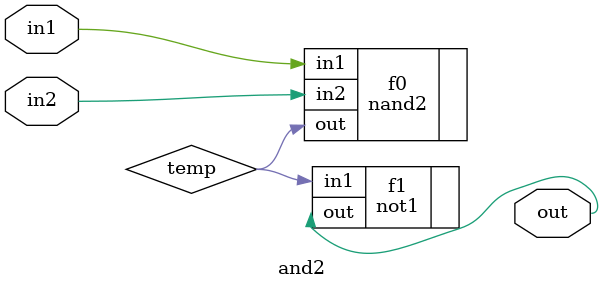
<source format=v>
module and2(out, in1, in2);

	input in1, in2;
	output out;

	wire temp;

	nand2 f0(.out(temp), .in1(in1), .in2(in2));
	not1 f1(.out(out), .in1(temp));

endmodule
</source>
